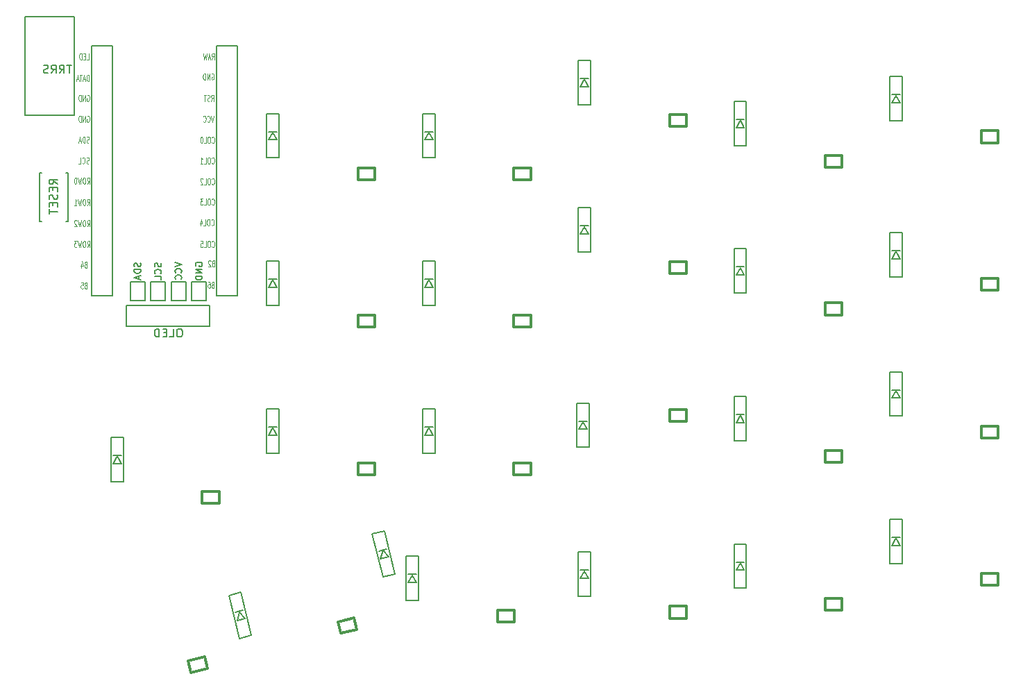
<source format=gbr>
G04 #@! TF.GenerationSoftware,KiCad,Pcbnew,(5.1.0)-1*
G04 #@! TF.CreationDate,2019-06-25T22:33:02+09:00*
G04 #@! TF.ProjectId,lunchbox52,6c756e63-6862-46f7-9835-322e6b696361,rev?*
G04 #@! TF.SameCoordinates,Original*
G04 #@! TF.FileFunction,Legend,Bot*
G04 #@! TF.FilePolarity,Positive*
%FSLAX46Y46*%
G04 Gerber Fmt 4.6, Leading zero omitted, Abs format (unit mm)*
G04 Created by KiCad (PCBNEW (5.1.0)-1) date 2019-06-25 22:33:02*
%MOMM*%
%LPD*%
G04 APERTURE LIST*
%ADD10C,0.150000*%
%ADD11C,0.300000*%
%ADD12C,0.125000*%
G04 APERTURE END LIST*
D10*
X161800000Y-120400000D02*
X162300000Y-121300000D01*
X162300000Y-121300000D02*
X161300000Y-121300000D01*
X161300000Y-121300000D02*
X161800000Y-120400000D01*
X162300000Y-120300000D02*
X161300000Y-120300000D01*
X162550000Y-123500000D02*
X162550000Y-118100000D01*
X162550000Y-118100000D02*
X161050000Y-118100000D01*
X161050000Y-118100000D02*
X161050000Y-123500000D01*
X161050000Y-123500000D02*
X162550000Y-123500000D01*
X93750000Y-71000000D02*
X99750000Y-71000000D01*
X99750000Y-71000000D02*
X99750000Y-83000000D01*
X99750000Y-83000000D02*
X93750000Y-83000000D01*
X93750000Y-83000000D02*
X93750000Y-71000000D01*
X143000000Y-103100000D02*
X143500000Y-104000000D01*
X143500000Y-104000000D02*
X142500000Y-104000000D01*
X142500000Y-104000000D02*
X143000000Y-103100000D01*
X143500000Y-103000000D02*
X142500000Y-103000000D01*
X143750000Y-106200000D02*
X143750000Y-100800000D01*
X143750000Y-100800000D02*
X142250000Y-100800000D01*
X142250000Y-100800000D02*
X142250000Y-106200000D01*
X142250000Y-106200000D02*
X143750000Y-106200000D01*
X105000000Y-124600000D02*
X105500000Y-125500000D01*
X105500000Y-125500000D02*
X104500000Y-125500000D01*
X104500000Y-125500000D02*
X105000000Y-124600000D01*
X105500000Y-124500000D02*
X104500000Y-124500000D01*
X105750000Y-127700000D02*
X105750000Y-122300000D01*
X105750000Y-122300000D02*
X104250000Y-122300000D01*
X104250000Y-122300000D02*
X104250000Y-127700000D01*
X104250000Y-127700000D02*
X105750000Y-127700000D01*
X119925467Y-146801240D02*
X121380911Y-146438357D01*
X118619089Y-141561643D02*
X119925467Y-146801240D01*
X120074533Y-141198760D02*
X118619089Y-141561643D01*
X121380911Y-146438357D02*
X120074533Y-141198760D01*
X120364187Y-143393891D02*
X119393891Y-143635813D01*
X119635813Y-144606109D02*
X119903231Y-143611882D01*
X120606109Y-144364187D02*
X119635813Y-144606109D01*
X119903231Y-143611882D02*
X120606109Y-144364187D01*
X123250000Y-88200000D02*
X124750000Y-88200000D01*
X123250000Y-82800000D02*
X123250000Y-88200000D01*
X124750000Y-82800000D02*
X123250000Y-82800000D01*
X124750000Y-88200000D02*
X124750000Y-82800000D01*
X124500000Y-85000000D02*
X123500000Y-85000000D01*
X123500000Y-86000000D02*
X124000000Y-85100000D01*
X124500000Y-86000000D02*
X123500000Y-86000000D01*
X124000000Y-85100000D02*
X124500000Y-86000000D01*
X123250000Y-106200000D02*
X124750000Y-106200000D01*
X123250000Y-100800000D02*
X123250000Y-106200000D01*
X124750000Y-100800000D02*
X123250000Y-100800000D01*
X124750000Y-106200000D02*
X124750000Y-100800000D01*
X124500000Y-103000000D02*
X123500000Y-103000000D01*
X123500000Y-104000000D02*
X124000000Y-103100000D01*
X124500000Y-104000000D02*
X123500000Y-104000000D01*
X124000000Y-103100000D02*
X124500000Y-104000000D01*
X123250000Y-124200000D02*
X124750000Y-124200000D01*
X123250000Y-118800000D02*
X123250000Y-124200000D01*
X124750000Y-118800000D02*
X123250000Y-118800000D01*
X124750000Y-124200000D02*
X124750000Y-118800000D01*
X124500000Y-121000000D02*
X123500000Y-121000000D01*
X123500000Y-122000000D02*
X124000000Y-121100000D01*
X124500000Y-122000000D02*
X123500000Y-122000000D01*
X124000000Y-121100000D02*
X124500000Y-122000000D01*
X137425467Y-139301240D02*
X138880911Y-138938357D01*
X136119089Y-134061643D02*
X137425467Y-139301240D01*
X137574533Y-133698760D02*
X136119089Y-134061643D01*
X138880911Y-138938357D02*
X137574533Y-133698760D01*
X137864187Y-135893891D02*
X136893891Y-136135813D01*
X137135813Y-137106109D02*
X137403231Y-136111882D01*
X138106109Y-136864187D02*
X137135813Y-137106109D01*
X137403231Y-136111882D02*
X138106109Y-136864187D01*
X142250000Y-88200000D02*
X143750000Y-88200000D01*
X142250000Y-82800000D02*
X142250000Y-88200000D01*
X143750000Y-82800000D02*
X142250000Y-82800000D01*
X143750000Y-88200000D02*
X143750000Y-82800000D01*
X143500000Y-85000000D02*
X142500000Y-85000000D01*
X142500000Y-86000000D02*
X143000000Y-85100000D01*
X143500000Y-86000000D02*
X142500000Y-86000000D01*
X143000000Y-85100000D02*
X143500000Y-86000000D01*
X143000000Y-121100000D02*
X143500000Y-122000000D01*
X143500000Y-122000000D02*
X142500000Y-122000000D01*
X142500000Y-122000000D02*
X143000000Y-121100000D01*
X143500000Y-121000000D02*
X142500000Y-121000000D01*
X143750000Y-124200000D02*
X143750000Y-118800000D01*
X143750000Y-118800000D02*
X142250000Y-118800000D01*
X142250000Y-118800000D02*
X142250000Y-124200000D01*
X142250000Y-124200000D02*
X143750000Y-124200000D01*
X141000000Y-139100000D02*
X141500000Y-140000000D01*
X141500000Y-140000000D02*
X140500000Y-140000000D01*
X140500000Y-140000000D02*
X141000000Y-139100000D01*
X141500000Y-139000000D02*
X140500000Y-139000000D01*
X141750000Y-142200000D02*
X141750000Y-136800000D01*
X141750000Y-136800000D02*
X140250000Y-136800000D01*
X140250000Y-136800000D02*
X140250000Y-142200000D01*
X140250000Y-142200000D02*
X141750000Y-142200000D01*
X162000000Y-78600000D02*
X162500000Y-79500000D01*
X162500000Y-79500000D02*
X161500000Y-79500000D01*
X161500000Y-79500000D02*
X162000000Y-78600000D01*
X162500000Y-78500000D02*
X161500000Y-78500000D01*
X162750000Y-81700000D02*
X162750000Y-76300000D01*
X162750000Y-76300000D02*
X161250000Y-76300000D01*
X161250000Y-76300000D02*
X161250000Y-81700000D01*
X161250000Y-81700000D02*
X162750000Y-81700000D01*
X162000000Y-96600000D02*
X162500000Y-97500000D01*
X162500000Y-97500000D02*
X161500000Y-97500000D01*
X161500000Y-97500000D02*
X162000000Y-96600000D01*
X162500000Y-96500000D02*
X161500000Y-96500000D01*
X162750000Y-99700000D02*
X162750000Y-94300000D01*
X162750000Y-94300000D02*
X161250000Y-94300000D01*
X161250000Y-94300000D02*
X161250000Y-99700000D01*
X161250000Y-99700000D02*
X162750000Y-99700000D01*
X161250000Y-141700000D02*
X162750000Y-141700000D01*
X161250000Y-136300000D02*
X161250000Y-141700000D01*
X162750000Y-136300000D02*
X161250000Y-136300000D01*
X162750000Y-141700000D02*
X162750000Y-136300000D01*
X162500000Y-138500000D02*
X161500000Y-138500000D01*
X161500000Y-139500000D02*
X162000000Y-138600000D01*
X162500000Y-139500000D02*
X161500000Y-139500000D01*
X162000000Y-138600000D02*
X162500000Y-139500000D01*
X181000000Y-83600000D02*
X181500000Y-84500000D01*
X181500000Y-84500000D02*
X180500000Y-84500000D01*
X180500000Y-84500000D02*
X181000000Y-83600000D01*
X181500000Y-83500000D02*
X180500000Y-83500000D01*
X181750000Y-86700000D02*
X181750000Y-81300000D01*
X181750000Y-81300000D02*
X180250000Y-81300000D01*
X180250000Y-81300000D02*
X180250000Y-86700000D01*
X180250000Y-86700000D02*
X181750000Y-86700000D01*
X180250000Y-104700000D02*
X181750000Y-104700000D01*
X180250000Y-99300000D02*
X180250000Y-104700000D01*
X181750000Y-99300000D02*
X180250000Y-99300000D01*
X181750000Y-104700000D02*
X181750000Y-99300000D01*
X181500000Y-101500000D02*
X180500000Y-101500000D01*
X180500000Y-102500000D02*
X181000000Y-101600000D01*
X181500000Y-102500000D02*
X180500000Y-102500000D01*
X181000000Y-101600000D02*
X181500000Y-102500000D01*
X180250000Y-122700000D02*
X181750000Y-122700000D01*
X180250000Y-117300000D02*
X180250000Y-122700000D01*
X181750000Y-117300000D02*
X180250000Y-117300000D01*
X181750000Y-122700000D02*
X181750000Y-117300000D01*
X181500000Y-119500000D02*
X180500000Y-119500000D01*
X180500000Y-120500000D02*
X181000000Y-119600000D01*
X181500000Y-120500000D02*
X180500000Y-120500000D01*
X181000000Y-119600000D02*
X181500000Y-120500000D01*
X181000000Y-137600000D02*
X181500000Y-138500000D01*
X181500000Y-138500000D02*
X180500000Y-138500000D01*
X180500000Y-138500000D02*
X181000000Y-137600000D01*
X181500000Y-137500000D02*
X180500000Y-137500000D01*
X181750000Y-140700000D02*
X181750000Y-135300000D01*
X181750000Y-135300000D02*
X180250000Y-135300000D01*
X180250000Y-135300000D02*
X180250000Y-140700000D01*
X180250000Y-140700000D02*
X181750000Y-140700000D01*
X200000000Y-80600000D02*
X200500000Y-81500000D01*
X200500000Y-81500000D02*
X199500000Y-81500000D01*
X199500000Y-81500000D02*
X200000000Y-80600000D01*
X200500000Y-80500000D02*
X199500000Y-80500000D01*
X200750000Y-83700000D02*
X200750000Y-78300000D01*
X200750000Y-78300000D02*
X199250000Y-78300000D01*
X199250000Y-78300000D02*
X199250000Y-83700000D01*
X199250000Y-83700000D02*
X200750000Y-83700000D01*
X199250000Y-102700000D02*
X200750000Y-102700000D01*
X199250000Y-97300000D02*
X199250000Y-102700000D01*
X200750000Y-97300000D02*
X199250000Y-97300000D01*
X200750000Y-102700000D02*
X200750000Y-97300000D01*
X200500000Y-99500000D02*
X199500000Y-99500000D01*
X199500000Y-100500000D02*
X200000000Y-99600000D01*
X200500000Y-100500000D02*
X199500000Y-100500000D01*
X200000000Y-99600000D02*
X200500000Y-100500000D01*
X199250000Y-119700000D02*
X200750000Y-119700000D01*
X199250000Y-114300000D02*
X199250000Y-119700000D01*
X200750000Y-114300000D02*
X199250000Y-114300000D01*
X200750000Y-119700000D02*
X200750000Y-114300000D01*
X200500000Y-116500000D02*
X199500000Y-116500000D01*
X199500000Y-117500000D02*
X200000000Y-116600000D01*
X200500000Y-117500000D02*
X199500000Y-117500000D01*
X200000000Y-116600000D02*
X200500000Y-117500000D01*
X200000000Y-134600000D02*
X200500000Y-135500000D01*
X200500000Y-135500000D02*
X199500000Y-135500000D01*
X199500000Y-135500000D02*
X200000000Y-134600000D01*
X200500000Y-134500000D02*
X199500000Y-134500000D01*
X200750000Y-137700000D02*
X200750000Y-132300000D01*
X200750000Y-132300000D02*
X199250000Y-132300000D01*
X199250000Y-132300000D02*
X199250000Y-137700000D01*
X199250000Y-137700000D02*
X200750000Y-137700000D01*
X116270000Y-108770000D02*
X106110000Y-108770000D01*
X106110000Y-108770000D02*
X106110000Y-106230000D01*
X106110000Y-106230000D02*
X116270000Y-106230000D01*
X116270000Y-106230000D02*
X116270000Y-108770000D01*
X106611000Y-105643000D02*
X108389000Y-105643000D01*
X106611000Y-103357000D02*
X106611000Y-105643000D01*
X108389000Y-103357000D02*
X106611000Y-103357000D01*
X108389000Y-105643000D02*
X108389000Y-103357000D01*
X110889000Y-105643000D02*
X110889000Y-103357000D01*
X110889000Y-103357000D02*
X109111000Y-103357000D01*
X109111000Y-103357000D02*
X109111000Y-105643000D01*
X109111000Y-105643000D02*
X110889000Y-105643000D01*
X111611000Y-105643000D02*
X113389000Y-105643000D01*
X111611000Y-103357000D02*
X111611000Y-105643000D01*
X113389000Y-103357000D02*
X111611000Y-103357000D01*
X113389000Y-105643000D02*
X113389000Y-103357000D01*
X115889000Y-105643000D02*
X115889000Y-103357000D01*
X115889000Y-103357000D02*
X114111000Y-103357000D01*
X114111000Y-103357000D02*
X114111000Y-105643000D01*
X114111000Y-105643000D02*
X115889000Y-105643000D01*
D11*
X115380000Y-128860000D02*
X117430000Y-128860000D01*
X115380000Y-130310000D02*
X115380000Y-128860000D01*
X117430000Y-130310000D02*
X115380000Y-130310000D01*
X117430000Y-128860000D02*
X117430000Y-130310000D01*
X115641606Y-149050134D02*
X115992393Y-150457063D01*
X115992393Y-150457063D02*
X114003287Y-150953002D01*
X114003287Y-150953002D02*
X113652500Y-149546074D01*
X113652500Y-149546074D02*
X115641606Y-149050134D01*
X136430000Y-89400000D02*
X136430000Y-90850000D01*
X136430000Y-90850000D02*
X134380000Y-90850000D01*
X134380000Y-90850000D02*
X134380000Y-89400000D01*
X134380000Y-89400000D02*
X136430000Y-89400000D01*
X134380000Y-107400000D02*
X136430000Y-107400000D01*
X134380000Y-108850000D02*
X134380000Y-107400000D01*
X136430000Y-108850000D02*
X134380000Y-108850000D01*
X136430000Y-107400000D02*
X136430000Y-108850000D01*
X136430000Y-125400000D02*
X136430000Y-126850000D01*
X136430000Y-126850000D02*
X134380000Y-126850000D01*
X134380000Y-126850000D02*
X134380000Y-125400000D01*
X134380000Y-125400000D02*
X136430000Y-125400000D01*
X131902500Y-144796074D02*
X133891606Y-144300134D01*
X132253287Y-146203002D02*
X131902500Y-144796074D01*
X134242393Y-145707063D02*
X132253287Y-146203002D01*
X133891606Y-144300134D02*
X134242393Y-145707063D01*
X153380000Y-89400000D02*
X155430000Y-89400000D01*
X153380000Y-90850000D02*
X153380000Y-89400000D01*
X155430000Y-90850000D02*
X153380000Y-90850000D01*
X155430000Y-89400000D02*
X155430000Y-90850000D01*
X155430000Y-107400000D02*
X155430000Y-108850000D01*
X155430000Y-108850000D02*
X153380000Y-108850000D01*
X153380000Y-108850000D02*
X153380000Y-107400000D01*
X153380000Y-107400000D02*
X155430000Y-107400000D01*
X153380000Y-125400000D02*
X155430000Y-125400000D01*
X153380000Y-126850000D02*
X153380000Y-125400000D01*
X155430000Y-126850000D02*
X153380000Y-126850000D01*
X155430000Y-125400000D02*
X155430000Y-126850000D01*
X153430000Y-143400000D02*
X153430000Y-144850000D01*
X153430000Y-144850000D02*
X151380000Y-144850000D01*
X151380000Y-144850000D02*
X151380000Y-143400000D01*
X151380000Y-143400000D02*
X153430000Y-143400000D01*
X172380000Y-82900000D02*
X174430000Y-82900000D01*
X172380000Y-84350000D02*
X172380000Y-82900000D01*
X174430000Y-84350000D02*
X172380000Y-84350000D01*
X174430000Y-82900000D02*
X174430000Y-84350000D01*
X174430000Y-100900000D02*
X174430000Y-102350000D01*
X174430000Y-102350000D02*
X172380000Y-102350000D01*
X172380000Y-102350000D02*
X172380000Y-100900000D01*
X172380000Y-100900000D02*
X174430000Y-100900000D01*
X172380000Y-118900000D02*
X174430000Y-118900000D01*
X172380000Y-120350000D02*
X172380000Y-118900000D01*
X174430000Y-120350000D02*
X172380000Y-120350000D01*
X174430000Y-118900000D02*
X174430000Y-120350000D01*
X174430000Y-142900000D02*
X174430000Y-144350000D01*
X174430000Y-144350000D02*
X172380000Y-144350000D01*
X172380000Y-144350000D02*
X172380000Y-142900000D01*
X172380000Y-142900000D02*
X174430000Y-142900000D01*
X193430000Y-87900000D02*
X193430000Y-89350000D01*
X193430000Y-89350000D02*
X191380000Y-89350000D01*
X191380000Y-89350000D02*
X191380000Y-87900000D01*
X191380000Y-87900000D02*
X193430000Y-87900000D01*
X191380000Y-105900000D02*
X193430000Y-105900000D01*
X191380000Y-107350000D02*
X191380000Y-105900000D01*
X193430000Y-107350000D02*
X191380000Y-107350000D01*
X193430000Y-105900000D02*
X193430000Y-107350000D01*
X193430000Y-123900000D02*
X193430000Y-125350000D01*
X193430000Y-125350000D02*
X191380000Y-125350000D01*
X191380000Y-125350000D02*
X191380000Y-123900000D01*
X191380000Y-123900000D02*
X193430000Y-123900000D01*
X191380000Y-141900000D02*
X193430000Y-141900000D01*
X191380000Y-143350000D02*
X191380000Y-141900000D01*
X193430000Y-143350000D02*
X191380000Y-143350000D01*
X193430000Y-141900000D02*
X193430000Y-143350000D01*
X212430000Y-84900000D02*
X212430000Y-86350000D01*
X212430000Y-86350000D02*
X210380000Y-86350000D01*
X210380000Y-86350000D02*
X210380000Y-84900000D01*
X210380000Y-84900000D02*
X212430000Y-84900000D01*
X210380000Y-102900000D02*
X212430000Y-102900000D01*
X210380000Y-104350000D02*
X210380000Y-102900000D01*
X212430000Y-104350000D02*
X210380000Y-104350000D01*
X212430000Y-102900000D02*
X212430000Y-104350000D01*
X212430000Y-120900000D02*
X212430000Y-122350000D01*
X212430000Y-122350000D02*
X210380000Y-122350000D01*
X210380000Y-122350000D02*
X210380000Y-120900000D01*
X210380000Y-120900000D02*
X212430000Y-120900000D01*
X210380000Y-138900000D02*
X212430000Y-138900000D01*
X210380000Y-140350000D02*
X210380000Y-138900000D01*
X212430000Y-140350000D02*
X210380000Y-140350000D01*
X212430000Y-138900000D02*
X212430000Y-140350000D01*
D10*
X117080000Y-74522000D02*
X119620000Y-74522000D01*
X119620000Y-74522000D02*
X119620000Y-105002000D01*
X119620000Y-105002000D02*
X117080000Y-105002000D01*
X117080000Y-105002000D02*
X117080000Y-74522000D01*
X101840000Y-74522000D02*
X104380000Y-74522000D01*
X104380000Y-74522000D02*
X104380000Y-105002000D01*
X104380000Y-105002000D02*
X101840000Y-105002000D01*
X101840000Y-105002000D02*
X101840000Y-74522000D01*
X98750000Y-90000000D02*
X99000000Y-90000000D01*
X99000000Y-90000000D02*
X99000000Y-96000000D01*
X99000000Y-96000000D02*
X98750000Y-96000000D01*
X95750000Y-96000000D02*
X95500000Y-96000000D01*
X95500000Y-96000000D02*
X95500000Y-90000000D01*
X95500000Y-90000000D02*
X95750000Y-90000000D01*
X99436404Y-76865880D02*
X98864976Y-76865880D01*
X99150690Y-77865880D02*
X99150690Y-76865880D01*
X97960214Y-77865880D02*
X98293547Y-77389690D01*
X98531642Y-77865880D02*
X98531642Y-76865880D01*
X98150690Y-76865880D01*
X98055452Y-76913500D01*
X98007833Y-76961119D01*
X97960214Y-77056357D01*
X97960214Y-77199214D01*
X98007833Y-77294452D01*
X98055452Y-77342071D01*
X98150690Y-77389690D01*
X98531642Y-77389690D01*
X96960214Y-77865880D02*
X97293547Y-77389690D01*
X97531642Y-77865880D02*
X97531642Y-76865880D01*
X97150690Y-76865880D01*
X97055452Y-76913500D01*
X97007833Y-76961119D01*
X96960214Y-77056357D01*
X96960214Y-77199214D01*
X97007833Y-77294452D01*
X97055452Y-77342071D01*
X97150690Y-77389690D01*
X97531642Y-77389690D01*
X96579261Y-77818261D02*
X96436404Y-77865880D01*
X96198309Y-77865880D01*
X96103071Y-77818261D01*
X96055452Y-77770642D01*
X96007833Y-77675404D01*
X96007833Y-77580166D01*
X96055452Y-77484928D01*
X96103071Y-77437309D01*
X96198309Y-77389690D01*
X96388785Y-77342071D01*
X96484023Y-77294452D01*
X96531642Y-77246833D01*
X96579261Y-77151595D01*
X96579261Y-77056357D01*
X96531642Y-76961119D01*
X96484023Y-76913500D01*
X96388785Y-76865880D01*
X96150690Y-76865880D01*
X96007833Y-76913500D01*
X112702380Y-109052380D02*
X112511904Y-109052380D01*
X112416666Y-109100000D01*
X112321428Y-109195238D01*
X112273809Y-109385714D01*
X112273809Y-109719047D01*
X112321428Y-109909523D01*
X112416666Y-110004761D01*
X112511904Y-110052380D01*
X112702380Y-110052380D01*
X112797619Y-110004761D01*
X112892857Y-109909523D01*
X112940476Y-109719047D01*
X112940476Y-109385714D01*
X112892857Y-109195238D01*
X112797619Y-109100000D01*
X112702380Y-109052380D01*
X111369047Y-110052380D02*
X111845238Y-110052380D01*
X111845238Y-109052380D01*
X111035714Y-109528571D02*
X110702380Y-109528571D01*
X110559523Y-110052380D02*
X111035714Y-110052380D01*
X111035714Y-109052380D01*
X110559523Y-109052380D01*
X110130952Y-110052380D02*
X110130952Y-109052380D01*
X109892857Y-109052380D01*
X109750000Y-109100000D01*
X109654761Y-109195238D01*
X109607142Y-109290476D01*
X109559523Y-109480952D01*
X109559523Y-109623809D01*
X109607142Y-109814285D01*
X109654761Y-109909523D01*
X109750000Y-110004761D01*
X109892857Y-110052380D01*
X110130952Y-110052380D01*
X107828990Y-101013028D02*
X107867695Y-101129142D01*
X107867695Y-101322666D01*
X107828990Y-101400076D01*
X107790285Y-101438780D01*
X107712876Y-101477485D01*
X107635466Y-101477485D01*
X107558057Y-101438780D01*
X107519352Y-101400076D01*
X107480647Y-101322666D01*
X107441942Y-101167847D01*
X107403238Y-101090438D01*
X107364533Y-101051733D01*
X107287123Y-101013028D01*
X107209714Y-101013028D01*
X107132304Y-101051733D01*
X107093600Y-101090438D01*
X107054895Y-101167847D01*
X107054895Y-101361371D01*
X107093600Y-101477485D01*
X107867695Y-101825828D02*
X107054895Y-101825828D01*
X107054895Y-102019352D01*
X107093600Y-102135466D01*
X107171009Y-102212876D01*
X107248419Y-102251580D01*
X107403238Y-102290285D01*
X107519352Y-102290285D01*
X107674171Y-102251580D01*
X107751580Y-102212876D01*
X107828990Y-102135466D01*
X107867695Y-102019352D01*
X107867695Y-101825828D01*
X107635466Y-102599923D02*
X107635466Y-102986971D01*
X107867695Y-102522514D02*
X107054895Y-102793447D01*
X107867695Y-103064380D01*
X110328990Y-101032380D02*
X110367695Y-101148495D01*
X110367695Y-101342019D01*
X110328990Y-101419428D01*
X110290285Y-101458133D01*
X110212876Y-101496838D01*
X110135466Y-101496838D01*
X110058057Y-101458133D01*
X110019352Y-101419428D01*
X109980647Y-101342019D01*
X109941942Y-101187200D01*
X109903238Y-101109790D01*
X109864533Y-101071085D01*
X109787123Y-101032380D01*
X109709714Y-101032380D01*
X109632304Y-101071085D01*
X109593600Y-101109790D01*
X109554895Y-101187200D01*
X109554895Y-101380723D01*
X109593600Y-101496838D01*
X110290285Y-102309638D02*
X110328990Y-102270933D01*
X110367695Y-102154819D01*
X110367695Y-102077409D01*
X110328990Y-101961295D01*
X110251580Y-101883885D01*
X110174171Y-101845180D01*
X110019352Y-101806476D01*
X109903238Y-101806476D01*
X109748419Y-101845180D01*
X109671009Y-101883885D01*
X109593600Y-101961295D01*
X109554895Y-102077409D01*
X109554895Y-102154819D01*
X109593600Y-102270933D01*
X109632304Y-102309638D01*
X110367695Y-103045028D02*
X110367695Y-102657980D01*
X109554895Y-102657980D01*
X112054895Y-100916266D02*
X112867695Y-101187200D01*
X112054895Y-101458133D01*
X112790285Y-102193523D02*
X112828990Y-102154819D01*
X112867695Y-102038704D01*
X112867695Y-101961295D01*
X112828990Y-101845180D01*
X112751580Y-101767771D01*
X112674171Y-101729066D01*
X112519352Y-101690361D01*
X112403238Y-101690361D01*
X112248419Y-101729066D01*
X112171009Y-101767771D01*
X112093600Y-101845180D01*
X112054895Y-101961295D01*
X112054895Y-102038704D01*
X112093600Y-102154819D01*
X112132304Y-102193523D01*
X112790285Y-103006323D02*
X112828990Y-102967619D01*
X112867695Y-102851504D01*
X112867695Y-102774095D01*
X112828990Y-102657980D01*
X112751580Y-102580571D01*
X112674171Y-102541866D01*
X112519352Y-102503161D01*
X112403238Y-102503161D01*
X112248419Y-102541866D01*
X112171009Y-102580571D01*
X112093600Y-102657980D01*
X112054895Y-102774095D01*
X112054895Y-102851504D01*
X112093600Y-102967619D01*
X112132304Y-103006323D01*
X114593600Y-101380723D02*
X114554895Y-101303314D01*
X114554895Y-101187200D01*
X114593600Y-101071085D01*
X114671009Y-100993676D01*
X114748419Y-100954971D01*
X114903238Y-100916266D01*
X115019352Y-100916266D01*
X115174171Y-100954971D01*
X115251580Y-100993676D01*
X115328990Y-101071085D01*
X115367695Y-101187200D01*
X115367695Y-101264609D01*
X115328990Y-101380723D01*
X115290285Y-101419428D01*
X115019352Y-101419428D01*
X115019352Y-101264609D01*
X115367695Y-101767771D02*
X114554895Y-101767771D01*
X115367695Y-102232228D01*
X114554895Y-102232228D01*
X115367695Y-102619276D02*
X114554895Y-102619276D01*
X114554895Y-102812800D01*
X114593600Y-102928914D01*
X114671009Y-103006323D01*
X114748419Y-103045028D01*
X114903238Y-103083733D01*
X115019352Y-103083733D01*
X115174171Y-103045028D01*
X115251580Y-103006323D01*
X115328990Y-102928914D01*
X115367695Y-102812800D01*
X115367695Y-102619276D01*
D12*
X116536238Y-76194785D02*
X116702904Y-75837642D01*
X116821952Y-76194785D02*
X116821952Y-75444785D01*
X116631476Y-75444785D01*
X116583857Y-75480500D01*
X116560047Y-75516214D01*
X116536238Y-75587642D01*
X116536238Y-75694785D01*
X116560047Y-75766214D01*
X116583857Y-75801928D01*
X116631476Y-75837642D01*
X116821952Y-75837642D01*
X116345761Y-75980500D02*
X116107666Y-75980500D01*
X116393380Y-76194785D02*
X116226714Y-75444785D01*
X116060047Y-76194785D01*
X115941000Y-75444785D02*
X115821952Y-76194785D01*
X115726714Y-75659071D01*
X115631476Y-76194785D01*
X115512428Y-75444785D01*
X101272428Y-76194785D02*
X101510523Y-76194785D01*
X101510523Y-75444785D01*
X101105761Y-75801928D02*
X100939095Y-75801928D01*
X100867666Y-76194785D02*
X101105761Y-76194785D01*
X101105761Y-75444785D01*
X100867666Y-75444785D01*
X100653380Y-76194785D02*
X100653380Y-75444785D01*
X100534333Y-75444785D01*
X100462904Y-75480500D01*
X100415285Y-75551928D01*
X100391476Y-75623357D01*
X100367666Y-75766214D01*
X100367666Y-75873357D01*
X100391476Y-76016214D01*
X100415285Y-76087642D01*
X100462904Y-76159071D01*
X100534333Y-76194785D01*
X100653380Y-76194785D01*
X116508452Y-77957000D02*
X116556071Y-77921285D01*
X116627500Y-77921285D01*
X116698928Y-77957000D01*
X116746547Y-78028428D01*
X116770357Y-78099857D01*
X116794166Y-78242714D01*
X116794166Y-78349857D01*
X116770357Y-78492714D01*
X116746547Y-78564142D01*
X116698928Y-78635571D01*
X116627500Y-78671285D01*
X116579880Y-78671285D01*
X116508452Y-78635571D01*
X116484642Y-78599857D01*
X116484642Y-78349857D01*
X116579880Y-78349857D01*
X116270357Y-78671285D02*
X116270357Y-77921285D01*
X115984642Y-78671285D01*
X115984642Y-77921285D01*
X115746547Y-78671285D02*
X115746547Y-77921285D01*
X115627500Y-77921285D01*
X115556071Y-77957000D01*
X115508452Y-78028428D01*
X115484642Y-78099857D01*
X115460833Y-78242714D01*
X115460833Y-78349857D01*
X115484642Y-78492714D01*
X115508452Y-78564142D01*
X115556071Y-78635571D01*
X115627500Y-78671285D01*
X115746547Y-78671285D01*
X101550000Y-78839285D02*
X101550000Y-78089285D01*
X101430952Y-78089285D01*
X101359523Y-78125000D01*
X101311904Y-78196428D01*
X101288095Y-78267857D01*
X101264285Y-78410714D01*
X101264285Y-78517857D01*
X101288095Y-78660714D01*
X101311904Y-78732142D01*
X101359523Y-78803571D01*
X101430952Y-78839285D01*
X101550000Y-78839285D01*
X101073809Y-78625000D02*
X100835714Y-78625000D01*
X101121428Y-78839285D02*
X100954761Y-78089285D01*
X100788095Y-78839285D01*
X100692857Y-78089285D02*
X100407142Y-78089285D01*
X100550000Y-78839285D02*
X100550000Y-78089285D01*
X100264285Y-78625000D02*
X100026190Y-78625000D01*
X100311904Y-78839285D02*
X100145238Y-78089285D01*
X99978571Y-78839285D01*
X116464809Y-81274785D02*
X116631476Y-80917642D01*
X116750523Y-81274785D02*
X116750523Y-80524785D01*
X116560047Y-80524785D01*
X116512428Y-80560500D01*
X116488619Y-80596214D01*
X116464809Y-80667642D01*
X116464809Y-80774785D01*
X116488619Y-80846214D01*
X116512428Y-80881928D01*
X116560047Y-80917642D01*
X116750523Y-80917642D01*
X116274333Y-81239071D02*
X116202904Y-81274785D01*
X116083857Y-81274785D01*
X116036238Y-81239071D01*
X116012428Y-81203357D01*
X115988619Y-81131928D01*
X115988619Y-81060500D01*
X116012428Y-80989071D01*
X116036238Y-80953357D01*
X116083857Y-80917642D01*
X116179095Y-80881928D01*
X116226714Y-80846214D01*
X116250523Y-80810500D01*
X116274333Y-80739071D01*
X116274333Y-80667642D01*
X116250523Y-80596214D01*
X116226714Y-80560500D01*
X116179095Y-80524785D01*
X116060047Y-80524785D01*
X115988619Y-80560500D01*
X115845761Y-80524785D02*
X115560047Y-80524785D01*
X115702904Y-81274785D02*
X115702904Y-80524785D01*
X101331952Y-80560500D02*
X101379571Y-80524785D01*
X101451000Y-80524785D01*
X101522428Y-80560500D01*
X101570047Y-80631928D01*
X101593857Y-80703357D01*
X101617666Y-80846214D01*
X101617666Y-80953357D01*
X101593857Y-81096214D01*
X101570047Y-81167642D01*
X101522428Y-81239071D01*
X101451000Y-81274785D01*
X101403380Y-81274785D01*
X101331952Y-81239071D01*
X101308142Y-81203357D01*
X101308142Y-80953357D01*
X101403380Y-80953357D01*
X101093857Y-81274785D02*
X101093857Y-80524785D01*
X100808142Y-81274785D01*
X100808142Y-80524785D01*
X100570047Y-81274785D02*
X100570047Y-80524785D01*
X100451000Y-80524785D01*
X100379571Y-80560500D01*
X100331952Y-80631928D01*
X100308142Y-80703357D01*
X100284333Y-80846214D01*
X100284333Y-80953357D01*
X100308142Y-81096214D01*
X100331952Y-81167642D01*
X100379571Y-81239071D01*
X100451000Y-81274785D01*
X100570047Y-81274785D01*
X116794166Y-83064785D02*
X116627500Y-83814785D01*
X116460833Y-83064785D01*
X116008452Y-83743357D02*
X116032261Y-83779071D01*
X116103690Y-83814785D01*
X116151309Y-83814785D01*
X116222738Y-83779071D01*
X116270357Y-83707642D01*
X116294166Y-83636214D01*
X116317976Y-83493357D01*
X116317976Y-83386214D01*
X116294166Y-83243357D01*
X116270357Y-83171928D01*
X116222738Y-83100500D01*
X116151309Y-83064785D01*
X116103690Y-83064785D01*
X116032261Y-83100500D01*
X116008452Y-83136214D01*
X115508452Y-83743357D02*
X115532261Y-83779071D01*
X115603690Y-83814785D01*
X115651309Y-83814785D01*
X115722738Y-83779071D01*
X115770357Y-83707642D01*
X115794166Y-83636214D01*
X115817976Y-83493357D01*
X115817976Y-83386214D01*
X115794166Y-83243357D01*
X115770357Y-83171928D01*
X115722738Y-83100500D01*
X115651309Y-83064785D01*
X115603690Y-83064785D01*
X115532261Y-83100500D01*
X115508452Y-83136214D01*
X101331952Y-83100500D02*
X101379571Y-83064785D01*
X101451000Y-83064785D01*
X101522428Y-83100500D01*
X101570047Y-83171928D01*
X101593857Y-83243357D01*
X101617666Y-83386214D01*
X101617666Y-83493357D01*
X101593857Y-83636214D01*
X101570047Y-83707642D01*
X101522428Y-83779071D01*
X101451000Y-83814785D01*
X101403380Y-83814785D01*
X101331952Y-83779071D01*
X101308142Y-83743357D01*
X101308142Y-83493357D01*
X101403380Y-83493357D01*
X101093857Y-83814785D02*
X101093857Y-83064785D01*
X100808142Y-83814785D01*
X100808142Y-83064785D01*
X100570047Y-83814785D02*
X100570047Y-83064785D01*
X100451000Y-83064785D01*
X100379571Y-83100500D01*
X100331952Y-83171928D01*
X100308142Y-83243357D01*
X100284333Y-83386214D01*
X100284333Y-83493357D01*
X100308142Y-83636214D01*
X100331952Y-83707642D01*
X100379571Y-83779071D01*
X100451000Y-83814785D01*
X100570047Y-83814785D01*
X116547619Y-93867857D02*
X116571428Y-93903571D01*
X116642857Y-93939285D01*
X116690476Y-93939285D01*
X116761904Y-93903571D01*
X116809523Y-93832142D01*
X116833333Y-93760714D01*
X116857142Y-93617857D01*
X116857142Y-93510714D01*
X116833333Y-93367857D01*
X116809523Y-93296428D01*
X116761904Y-93225000D01*
X116690476Y-93189285D01*
X116642857Y-93189285D01*
X116571428Y-93225000D01*
X116547619Y-93260714D01*
X116238095Y-93189285D02*
X116142857Y-93189285D01*
X116095238Y-93225000D01*
X116047619Y-93296428D01*
X116023809Y-93439285D01*
X116023809Y-93689285D01*
X116047619Y-93832142D01*
X116095238Y-93903571D01*
X116142857Y-93939285D01*
X116238095Y-93939285D01*
X116285714Y-93903571D01*
X116333333Y-93832142D01*
X116357142Y-93689285D01*
X116357142Y-93439285D01*
X116333333Y-93296428D01*
X116285714Y-93225000D01*
X116238095Y-93189285D01*
X115571428Y-93939285D02*
X115809523Y-93939285D01*
X115809523Y-93189285D01*
X115452380Y-93189285D02*
X115142857Y-93189285D01*
X115309523Y-93475000D01*
X115238095Y-93475000D01*
X115190476Y-93510714D01*
X115166666Y-93546428D01*
X115142857Y-93617857D01*
X115142857Y-93796428D01*
X115166666Y-93867857D01*
X115190476Y-93903571D01*
X115238095Y-93939285D01*
X115380952Y-93939285D01*
X115428571Y-93903571D01*
X115452380Y-93867857D01*
X101330952Y-91371285D02*
X101497619Y-91014142D01*
X101616666Y-91371285D02*
X101616666Y-90621285D01*
X101426190Y-90621285D01*
X101378571Y-90657000D01*
X101354761Y-90692714D01*
X101330952Y-90764142D01*
X101330952Y-90871285D01*
X101354761Y-90942714D01*
X101378571Y-90978428D01*
X101426190Y-91014142D01*
X101616666Y-91014142D01*
X101021428Y-90621285D02*
X100926190Y-90621285D01*
X100878571Y-90657000D01*
X100830952Y-90728428D01*
X100807142Y-90871285D01*
X100807142Y-91121285D01*
X100830952Y-91264142D01*
X100878571Y-91335571D01*
X100926190Y-91371285D01*
X101021428Y-91371285D01*
X101069047Y-91335571D01*
X101116666Y-91264142D01*
X101140476Y-91121285D01*
X101140476Y-90871285D01*
X101116666Y-90728428D01*
X101069047Y-90657000D01*
X101021428Y-90621285D01*
X100640476Y-90621285D02*
X100521428Y-91371285D01*
X100426190Y-90835571D01*
X100330952Y-91371285D01*
X100211904Y-90621285D01*
X99926190Y-90621285D02*
X99878571Y-90621285D01*
X99830952Y-90657000D01*
X99807142Y-90692714D01*
X99783333Y-90764142D01*
X99759523Y-90907000D01*
X99759523Y-91085571D01*
X99783333Y-91228428D01*
X99807142Y-91299857D01*
X99830952Y-91335571D01*
X99878571Y-91371285D01*
X99926190Y-91371285D01*
X99973809Y-91335571D01*
X99997619Y-91299857D01*
X100021428Y-91228428D01*
X100045238Y-91085571D01*
X100045238Y-90907000D01*
X100021428Y-90764142D01*
X99997619Y-90692714D01*
X99973809Y-90657000D01*
X99926190Y-90621285D01*
X116547619Y-91367857D02*
X116571428Y-91403571D01*
X116642857Y-91439285D01*
X116690476Y-91439285D01*
X116761904Y-91403571D01*
X116809523Y-91332142D01*
X116833333Y-91260714D01*
X116857142Y-91117857D01*
X116857142Y-91010714D01*
X116833333Y-90867857D01*
X116809523Y-90796428D01*
X116761904Y-90725000D01*
X116690476Y-90689285D01*
X116642857Y-90689285D01*
X116571428Y-90725000D01*
X116547619Y-90760714D01*
X116238095Y-90689285D02*
X116142857Y-90689285D01*
X116095238Y-90725000D01*
X116047619Y-90796428D01*
X116023809Y-90939285D01*
X116023809Y-91189285D01*
X116047619Y-91332142D01*
X116095238Y-91403571D01*
X116142857Y-91439285D01*
X116238095Y-91439285D01*
X116285714Y-91403571D01*
X116333333Y-91332142D01*
X116357142Y-91189285D01*
X116357142Y-90939285D01*
X116333333Y-90796428D01*
X116285714Y-90725000D01*
X116238095Y-90689285D01*
X115571428Y-91439285D02*
X115809523Y-91439285D01*
X115809523Y-90689285D01*
X115428571Y-90760714D02*
X115404761Y-90725000D01*
X115357142Y-90689285D01*
X115238095Y-90689285D01*
X115190476Y-90725000D01*
X115166666Y-90760714D01*
X115142857Y-90832142D01*
X115142857Y-90903571D01*
X115166666Y-91010714D01*
X115452380Y-91439285D01*
X115142857Y-91439285D01*
X101546238Y-88859071D02*
X101474809Y-88894785D01*
X101355761Y-88894785D01*
X101308142Y-88859071D01*
X101284333Y-88823357D01*
X101260523Y-88751928D01*
X101260523Y-88680500D01*
X101284333Y-88609071D01*
X101308142Y-88573357D01*
X101355761Y-88537642D01*
X101451000Y-88501928D01*
X101498619Y-88466214D01*
X101522428Y-88430500D01*
X101546238Y-88359071D01*
X101546238Y-88287642D01*
X101522428Y-88216214D01*
X101498619Y-88180500D01*
X101451000Y-88144785D01*
X101331952Y-88144785D01*
X101260523Y-88180500D01*
X100760523Y-88823357D02*
X100784333Y-88859071D01*
X100855761Y-88894785D01*
X100903380Y-88894785D01*
X100974809Y-88859071D01*
X101022428Y-88787642D01*
X101046238Y-88716214D01*
X101070047Y-88573357D01*
X101070047Y-88466214D01*
X101046238Y-88323357D01*
X101022428Y-88251928D01*
X100974809Y-88180500D01*
X100903380Y-88144785D01*
X100855761Y-88144785D01*
X100784333Y-88180500D01*
X100760523Y-88216214D01*
X100308142Y-88894785D02*
X100546238Y-88894785D01*
X100546238Y-88144785D01*
X116547619Y-88823357D02*
X116571428Y-88859071D01*
X116642857Y-88894785D01*
X116690476Y-88894785D01*
X116761904Y-88859071D01*
X116809523Y-88787642D01*
X116833333Y-88716214D01*
X116857142Y-88573357D01*
X116857142Y-88466214D01*
X116833333Y-88323357D01*
X116809523Y-88251928D01*
X116761904Y-88180500D01*
X116690476Y-88144785D01*
X116642857Y-88144785D01*
X116571428Y-88180500D01*
X116547619Y-88216214D01*
X116238095Y-88144785D02*
X116142857Y-88144785D01*
X116095238Y-88180500D01*
X116047619Y-88251928D01*
X116023809Y-88394785D01*
X116023809Y-88644785D01*
X116047619Y-88787642D01*
X116095238Y-88859071D01*
X116142857Y-88894785D01*
X116238095Y-88894785D01*
X116285714Y-88859071D01*
X116333333Y-88787642D01*
X116357142Y-88644785D01*
X116357142Y-88394785D01*
X116333333Y-88251928D01*
X116285714Y-88180500D01*
X116238095Y-88144785D01*
X115571428Y-88894785D02*
X115809523Y-88894785D01*
X115809523Y-88144785D01*
X115142857Y-88894785D02*
X115428571Y-88894785D01*
X115285714Y-88894785D02*
X115285714Y-88144785D01*
X115333333Y-88251928D01*
X115380952Y-88323357D01*
X115428571Y-88359071D01*
X101558142Y-86319071D02*
X101486714Y-86354785D01*
X101367666Y-86354785D01*
X101320047Y-86319071D01*
X101296238Y-86283357D01*
X101272428Y-86211928D01*
X101272428Y-86140500D01*
X101296238Y-86069071D01*
X101320047Y-86033357D01*
X101367666Y-85997642D01*
X101462904Y-85961928D01*
X101510523Y-85926214D01*
X101534333Y-85890500D01*
X101558142Y-85819071D01*
X101558142Y-85747642D01*
X101534333Y-85676214D01*
X101510523Y-85640500D01*
X101462904Y-85604785D01*
X101343857Y-85604785D01*
X101272428Y-85640500D01*
X101058142Y-86354785D02*
X101058142Y-85604785D01*
X100939095Y-85604785D01*
X100867666Y-85640500D01*
X100820047Y-85711928D01*
X100796238Y-85783357D01*
X100772428Y-85926214D01*
X100772428Y-86033357D01*
X100796238Y-86176214D01*
X100820047Y-86247642D01*
X100867666Y-86319071D01*
X100939095Y-86354785D01*
X101058142Y-86354785D01*
X100581952Y-86140500D02*
X100343857Y-86140500D01*
X100629571Y-86354785D02*
X100462904Y-85604785D01*
X100296238Y-86354785D01*
X116547619Y-86317857D02*
X116571428Y-86353571D01*
X116642857Y-86389285D01*
X116690476Y-86389285D01*
X116761904Y-86353571D01*
X116809523Y-86282142D01*
X116833333Y-86210714D01*
X116857142Y-86067857D01*
X116857142Y-85960714D01*
X116833333Y-85817857D01*
X116809523Y-85746428D01*
X116761904Y-85675000D01*
X116690476Y-85639285D01*
X116642857Y-85639285D01*
X116571428Y-85675000D01*
X116547619Y-85710714D01*
X116238095Y-85639285D02*
X116142857Y-85639285D01*
X116095238Y-85675000D01*
X116047619Y-85746428D01*
X116023809Y-85889285D01*
X116023809Y-86139285D01*
X116047619Y-86282142D01*
X116095238Y-86353571D01*
X116142857Y-86389285D01*
X116238095Y-86389285D01*
X116285714Y-86353571D01*
X116333333Y-86282142D01*
X116357142Y-86139285D01*
X116357142Y-85889285D01*
X116333333Y-85746428D01*
X116285714Y-85675000D01*
X116238095Y-85639285D01*
X115571428Y-86389285D02*
X115809523Y-86389285D01*
X115809523Y-85639285D01*
X115309523Y-85639285D02*
X115261904Y-85639285D01*
X115214285Y-85675000D01*
X115190476Y-85710714D01*
X115166666Y-85782142D01*
X115142857Y-85925000D01*
X115142857Y-86103571D01*
X115166666Y-86246428D01*
X115190476Y-86317857D01*
X115214285Y-86353571D01*
X115261904Y-86389285D01*
X115309523Y-86389285D01*
X115357142Y-86353571D01*
X115380952Y-86317857D01*
X115404761Y-86246428D01*
X115428571Y-86103571D01*
X115428571Y-85925000D01*
X115404761Y-85782142D01*
X115380952Y-85710714D01*
X115357142Y-85675000D01*
X115309523Y-85639285D01*
X116647380Y-103678428D02*
X116575952Y-103714142D01*
X116552142Y-103749857D01*
X116528333Y-103821285D01*
X116528333Y-103928428D01*
X116552142Y-103999857D01*
X116575952Y-104035571D01*
X116623571Y-104071285D01*
X116814047Y-104071285D01*
X116814047Y-103321285D01*
X116647380Y-103321285D01*
X116599761Y-103357000D01*
X116575952Y-103392714D01*
X116552142Y-103464142D01*
X116552142Y-103535571D01*
X116575952Y-103607000D01*
X116599761Y-103642714D01*
X116647380Y-103678428D01*
X116814047Y-103678428D01*
X116099761Y-103321285D02*
X116195000Y-103321285D01*
X116242619Y-103357000D01*
X116266428Y-103392714D01*
X116314047Y-103499857D01*
X116337857Y-103642714D01*
X116337857Y-103928428D01*
X116314047Y-103999857D01*
X116290238Y-104035571D01*
X116242619Y-104071285D01*
X116147380Y-104071285D01*
X116099761Y-104035571D01*
X116075952Y-103999857D01*
X116052142Y-103928428D01*
X116052142Y-103749857D01*
X116075952Y-103678428D01*
X116099761Y-103642714D01*
X116147380Y-103607000D01*
X116242619Y-103607000D01*
X116290238Y-103642714D01*
X116314047Y-103678428D01*
X116337857Y-103749857D01*
X101153380Y-103741928D02*
X101081952Y-103777642D01*
X101058142Y-103813357D01*
X101034333Y-103884785D01*
X101034333Y-103991928D01*
X101058142Y-104063357D01*
X101081952Y-104099071D01*
X101129571Y-104134785D01*
X101320047Y-104134785D01*
X101320047Y-103384785D01*
X101153380Y-103384785D01*
X101105761Y-103420500D01*
X101081952Y-103456214D01*
X101058142Y-103527642D01*
X101058142Y-103599071D01*
X101081952Y-103670500D01*
X101105761Y-103706214D01*
X101153380Y-103741928D01*
X101320047Y-103741928D01*
X100581952Y-103384785D02*
X100820047Y-103384785D01*
X100843857Y-103741928D01*
X100820047Y-103706214D01*
X100772428Y-103670500D01*
X100653380Y-103670500D01*
X100605761Y-103706214D01*
X100581952Y-103741928D01*
X100558142Y-103813357D01*
X100558142Y-103991928D01*
X100581952Y-104063357D01*
X100605761Y-104099071D01*
X100653380Y-104134785D01*
X100772428Y-104134785D01*
X100820047Y-104099071D01*
X100843857Y-104063357D01*
X101153380Y-101201928D02*
X101081952Y-101237642D01*
X101058142Y-101273357D01*
X101034333Y-101344785D01*
X101034333Y-101451928D01*
X101058142Y-101523357D01*
X101081952Y-101559071D01*
X101129571Y-101594785D01*
X101320047Y-101594785D01*
X101320047Y-100844785D01*
X101153380Y-100844785D01*
X101105761Y-100880500D01*
X101081952Y-100916214D01*
X101058142Y-100987642D01*
X101058142Y-101059071D01*
X101081952Y-101130500D01*
X101105761Y-101166214D01*
X101153380Y-101201928D01*
X101320047Y-101201928D01*
X100605761Y-101094785D02*
X100605761Y-101594785D01*
X100724809Y-100809071D02*
X100843857Y-101344785D01*
X100534333Y-101344785D01*
X116710880Y-101074928D02*
X116639452Y-101110642D01*
X116615642Y-101146357D01*
X116591833Y-101217785D01*
X116591833Y-101324928D01*
X116615642Y-101396357D01*
X116639452Y-101432071D01*
X116687071Y-101467785D01*
X116877547Y-101467785D01*
X116877547Y-100717785D01*
X116710880Y-100717785D01*
X116663261Y-100753500D01*
X116639452Y-100789214D01*
X116615642Y-100860642D01*
X116615642Y-100932071D01*
X116639452Y-101003500D01*
X116663261Y-101039214D01*
X116710880Y-101074928D01*
X116877547Y-101074928D01*
X116401357Y-100789214D02*
X116377547Y-100753500D01*
X116329928Y-100717785D01*
X116210880Y-100717785D01*
X116163261Y-100753500D01*
X116139452Y-100789214D01*
X116115642Y-100860642D01*
X116115642Y-100932071D01*
X116139452Y-101039214D01*
X116425166Y-101467785D01*
X116115642Y-101467785D01*
X101330952Y-99089285D02*
X101497619Y-98732142D01*
X101616666Y-99089285D02*
X101616666Y-98339285D01*
X101426190Y-98339285D01*
X101378571Y-98375000D01*
X101354761Y-98410714D01*
X101330952Y-98482142D01*
X101330952Y-98589285D01*
X101354761Y-98660714D01*
X101378571Y-98696428D01*
X101426190Y-98732142D01*
X101616666Y-98732142D01*
X101021428Y-98339285D02*
X100926190Y-98339285D01*
X100878571Y-98375000D01*
X100830952Y-98446428D01*
X100807142Y-98589285D01*
X100807142Y-98839285D01*
X100830952Y-98982142D01*
X100878571Y-99053571D01*
X100926190Y-99089285D01*
X101021428Y-99089285D01*
X101069047Y-99053571D01*
X101116666Y-98982142D01*
X101140476Y-98839285D01*
X101140476Y-98589285D01*
X101116666Y-98446428D01*
X101069047Y-98375000D01*
X101021428Y-98339285D01*
X100640476Y-98339285D02*
X100521428Y-99089285D01*
X100426190Y-98553571D01*
X100330952Y-99089285D01*
X100211904Y-98339285D01*
X100069047Y-98339285D02*
X99759523Y-98339285D01*
X99926190Y-98625000D01*
X99854761Y-98625000D01*
X99807142Y-98660714D01*
X99783333Y-98696428D01*
X99759523Y-98767857D01*
X99759523Y-98946428D01*
X99783333Y-99017857D01*
X99807142Y-99053571D01*
X99854761Y-99089285D01*
X99997619Y-99089285D01*
X100045238Y-99053571D01*
X100069047Y-99017857D01*
X116547619Y-99017857D02*
X116571428Y-99053571D01*
X116642857Y-99089285D01*
X116690476Y-99089285D01*
X116761904Y-99053571D01*
X116809523Y-98982142D01*
X116833333Y-98910714D01*
X116857142Y-98767857D01*
X116857142Y-98660714D01*
X116833333Y-98517857D01*
X116809523Y-98446428D01*
X116761904Y-98375000D01*
X116690476Y-98339285D01*
X116642857Y-98339285D01*
X116571428Y-98375000D01*
X116547619Y-98410714D01*
X116238095Y-98339285D02*
X116142857Y-98339285D01*
X116095238Y-98375000D01*
X116047619Y-98446428D01*
X116023809Y-98589285D01*
X116023809Y-98839285D01*
X116047619Y-98982142D01*
X116095238Y-99053571D01*
X116142857Y-99089285D01*
X116238095Y-99089285D01*
X116285714Y-99053571D01*
X116333333Y-98982142D01*
X116357142Y-98839285D01*
X116357142Y-98589285D01*
X116333333Y-98446428D01*
X116285714Y-98375000D01*
X116238095Y-98339285D01*
X115571428Y-99089285D02*
X115809523Y-99089285D01*
X115809523Y-98339285D01*
X115166666Y-98339285D02*
X115404761Y-98339285D01*
X115428571Y-98696428D01*
X115404761Y-98660714D01*
X115357142Y-98625000D01*
X115238095Y-98625000D01*
X115190476Y-98660714D01*
X115166666Y-98696428D01*
X115142857Y-98767857D01*
X115142857Y-98946428D01*
X115166666Y-99017857D01*
X115190476Y-99053571D01*
X115238095Y-99089285D01*
X115357142Y-99089285D01*
X115404761Y-99053571D01*
X115428571Y-99017857D01*
X101330952Y-96578285D02*
X101497619Y-96221142D01*
X101616666Y-96578285D02*
X101616666Y-95828285D01*
X101426190Y-95828285D01*
X101378571Y-95864000D01*
X101354761Y-95899714D01*
X101330952Y-95971142D01*
X101330952Y-96078285D01*
X101354761Y-96149714D01*
X101378571Y-96185428D01*
X101426190Y-96221142D01*
X101616666Y-96221142D01*
X101021428Y-95828285D02*
X100926190Y-95828285D01*
X100878571Y-95864000D01*
X100830952Y-95935428D01*
X100807142Y-96078285D01*
X100807142Y-96328285D01*
X100830952Y-96471142D01*
X100878571Y-96542571D01*
X100926190Y-96578285D01*
X101021428Y-96578285D01*
X101069047Y-96542571D01*
X101116666Y-96471142D01*
X101140476Y-96328285D01*
X101140476Y-96078285D01*
X101116666Y-95935428D01*
X101069047Y-95864000D01*
X101021428Y-95828285D01*
X100640476Y-95828285D02*
X100521428Y-96578285D01*
X100426190Y-96042571D01*
X100330952Y-96578285D01*
X100211904Y-95828285D01*
X100045238Y-95899714D02*
X100021428Y-95864000D01*
X99973809Y-95828285D01*
X99854761Y-95828285D01*
X99807142Y-95864000D01*
X99783333Y-95899714D01*
X99759523Y-95971142D01*
X99759523Y-96042571D01*
X99783333Y-96149714D01*
X100069047Y-96578285D01*
X99759523Y-96578285D01*
X116497619Y-96379857D02*
X116521428Y-96415571D01*
X116592857Y-96451285D01*
X116640476Y-96451285D01*
X116711904Y-96415571D01*
X116759523Y-96344142D01*
X116783333Y-96272714D01*
X116807142Y-96129857D01*
X116807142Y-96022714D01*
X116783333Y-95879857D01*
X116759523Y-95808428D01*
X116711904Y-95737000D01*
X116640476Y-95701285D01*
X116592857Y-95701285D01*
X116521428Y-95737000D01*
X116497619Y-95772714D01*
X116188095Y-95701285D02*
X116092857Y-95701285D01*
X116045238Y-95737000D01*
X115997619Y-95808428D01*
X115973809Y-95951285D01*
X115973809Y-96201285D01*
X115997619Y-96344142D01*
X116045238Y-96415571D01*
X116092857Y-96451285D01*
X116188095Y-96451285D01*
X116235714Y-96415571D01*
X116283333Y-96344142D01*
X116307142Y-96201285D01*
X116307142Y-95951285D01*
X116283333Y-95808428D01*
X116235714Y-95737000D01*
X116188095Y-95701285D01*
X115521428Y-96451285D02*
X115759523Y-96451285D01*
X115759523Y-95701285D01*
X115140476Y-95951285D02*
X115140476Y-96451285D01*
X115259523Y-95665571D02*
X115378571Y-96201285D01*
X115069047Y-96201285D01*
X101330952Y-93974785D02*
X101497619Y-93617642D01*
X101616666Y-93974785D02*
X101616666Y-93224785D01*
X101426190Y-93224785D01*
X101378571Y-93260500D01*
X101354761Y-93296214D01*
X101330952Y-93367642D01*
X101330952Y-93474785D01*
X101354761Y-93546214D01*
X101378571Y-93581928D01*
X101426190Y-93617642D01*
X101616666Y-93617642D01*
X101021428Y-93224785D02*
X100926190Y-93224785D01*
X100878571Y-93260500D01*
X100830952Y-93331928D01*
X100807142Y-93474785D01*
X100807142Y-93724785D01*
X100830952Y-93867642D01*
X100878571Y-93939071D01*
X100926190Y-93974785D01*
X101021428Y-93974785D01*
X101069047Y-93939071D01*
X101116666Y-93867642D01*
X101140476Y-93724785D01*
X101140476Y-93474785D01*
X101116666Y-93331928D01*
X101069047Y-93260500D01*
X101021428Y-93224785D01*
X100640476Y-93224785D02*
X100521428Y-93974785D01*
X100426190Y-93439071D01*
X100330952Y-93974785D01*
X100211904Y-93224785D01*
X99759523Y-93974785D02*
X100045238Y-93974785D01*
X99902380Y-93974785D02*
X99902380Y-93224785D01*
X99950000Y-93331928D01*
X99997619Y-93403357D01*
X100045238Y-93439071D01*
D10*
X97702380Y-91420619D02*
X97226190Y-91087285D01*
X97702380Y-90849190D02*
X96702380Y-90849190D01*
X96702380Y-91230142D01*
X96750000Y-91325380D01*
X96797619Y-91373000D01*
X96892857Y-91420619D01*
X97035714Y-91420619D01*
X97130952Y-91373000D01*
X97178571Y-91325380D01*
X97226190Y-91230142D01*
X97226190Y-90849190D01*
X97178571Y-91849190D02*
X97178571Y-92182523D01*
X97702380Y-92325380D02*
X97702380Y-91849190D01*
X96702380Y-91849190D01*
X96702380Y-92325380D01*
X97654761Y-92706333D02*
X97702380Y-92849190D01*
X97702380Y-93087285D01*
X97654761Y-93182523D01*
X97607142Y-93230142D01*
X97511904Y-93277761D01*
X97416666Y-93277761D01*
X97321428Y-93230142D01*
X97273809Y-93182523D01*
X97226190Y-93087285D01*
X97178571Y-92896809D01*
X97130952Y-92801571D01*
X97083333Y-92753952D01*
X96988095Y-92706333D01*
X96892857Y-92706333D01*
X96797619Y-92753952D01*
X96750000Y-92801571D01*
X96702380Y-92896809D01*
X96702380Y-93134904D01*
X96750000Y-93277761D01*
X97178571Y-93706333D02*
X97178571Y-94039666D01*
X97702380Y-94182523D02*
X97702380Y-93706333D01*
X96702380Y-93706333D01*
X96702380Y-94182523D01*
X96702380Y-94468238D02*
X96702380Y-95039666D01*
X97702380Y-94753952D02*
X96702380Y-94753952D01*
M02*

</source>
